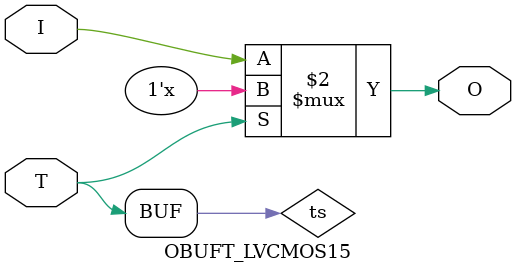
<source format=v>

/*

FUNCTION    : TRI-STATE OUTPUT BUFFER

*/

`celldefine
`timescale  100 ps / 10 ps

module OBUFT_LVCMOS15 (O, I, T);

    output O;

    input  I, T;

    or O1 (ts, 1'b0, T);
    bufif0 T1 (O, I, ts);

endmodule

</source>
